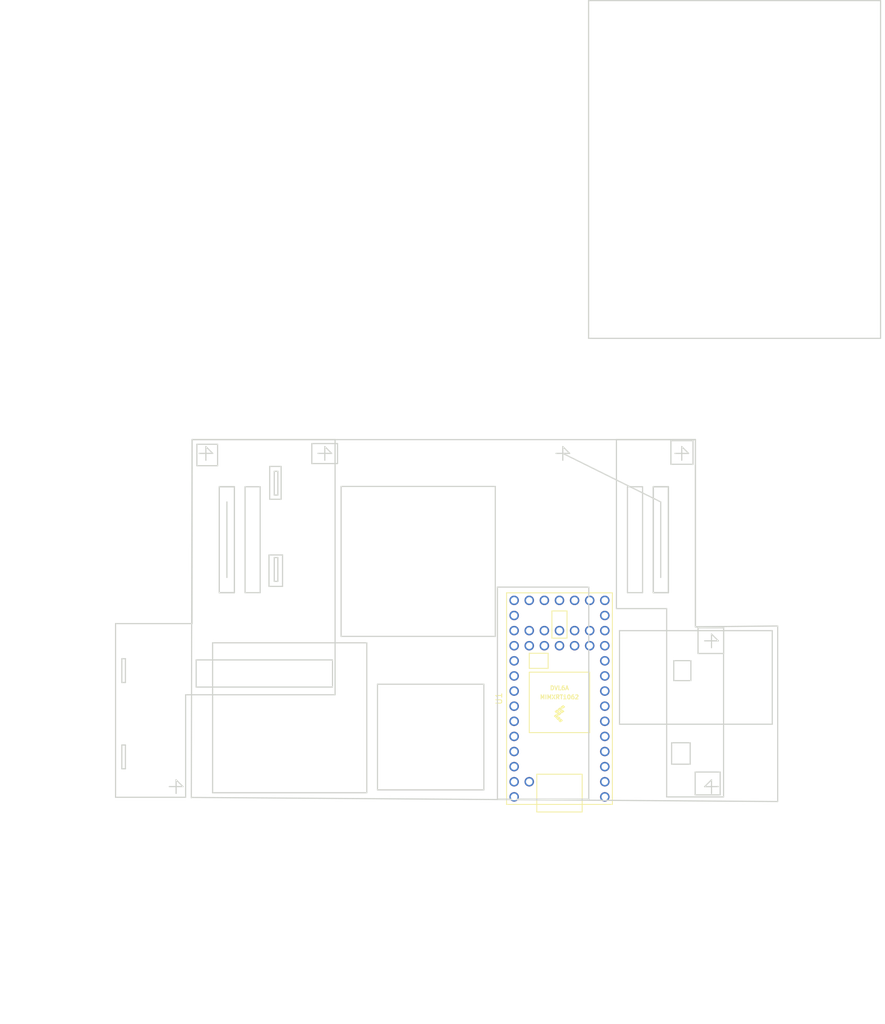
<source format=kicad_pcb>
(kicad_pcb (version 20171130) (host pcbnew "(5.1.2-1)-1")
  (layers (0 F.Cu signal) (31 B.Cu signal) (34 B.Paste user) (35 F.Paste user) (36 B.SilkS user) (37 F.SilkS user) (38 B.Mask user) (39 F.Mask user) (44 Edge.Cuts user))
  (net 0 "")
  (module teensy:Teensy40 (layer F.Cu) (at 120.777 134.366 90)
    (fp_text reference U1 (at 0 -10.16 90) (layer F.SilkS))
    (fp_text value Teensy4.0)
    (fp_text user DVL6A (at 1.778 0) (layer F.SilkS) (effects (font (size 0.7 0.7))))
    (fp_poly (pts (xy -3.937 0.127) (xy -3.683 -0.127) (xy -3.429 0.254) (xy -3.683 0.508)) (layer F.SilkS) (width 0.1))
    (fp_poly (pts (xy -3.556 -0.254) (xy -3.302 -0.508) (xy -3.048 -0.127) (xy -3.302 0.127)) (layer F.SilkS) (width 0.1))
    (fp_poly (pts (xy -1.651 0.508) (xy -1.397 0.254) (xy -1.143 0.635) (xy -1.397 0.889)) (layer F.SilkS) (width 0.1))
    (fp_poly (pts (xy -2.032 0) (xy -1.778 -0.254) (xy -1.524 0.127) (xy -1.778 0.381)) (layer F.SilkS) (width 0.1))
    (fp_poly (pts (xy -2.413 -0.508) (xy -2.159 -0.762) (xy -1.905 -0.381) (xy -2.159 -0.127)) (layer F.SilkS) (width 0.1))
    (fp_poly (pts (xy -2.413 0.381) (xy -2.159 0.127) (xy -1.905 0.508) (xy -2.159 0.762)) (layer F.SilkS) (width 0.1))
    (fp_poly (pts (xy -2.794 -0.127) (xy -2.54 -0.381) (xy -2.286 0) (xy -2.54 0.254)) (layer F.SilkS) (width 0.1))
    (fp_poly (pts (xy -3.175 -0.635) (xy -2.921 -0.889) (xy -2.667 -0.508) (xy -2.921 -0.254)) (layer F.SilkS) (width 0.1))
    (fp_text user MIMXRT1062 (at 0.254 0) (layer F.SilkS) (effects (font (size 0.7 0.7))))
    (fp_line (start 5.08 -1.905) (end 5.08 -5.08) (layer F.SilkS) (width 0.15))
    (fp_line (start 7.62 -1.905) (end 5.08 -1.905) (layer F.SilkS) (width 0.15))
    (fp_line (start 7.62 -5.08) (end 7.62 -1.905) (layer F.SilkS) (width 0.15))
    (fp_line (start 5.08 -5.08) (end 7.62 -5.08) (layer F.SilkS) (width 0.15))
    (fp_line (start -17.78 8.89) (end -17.78 -8.89) (layer F.SilkS) (width 0.15))
    (fp_line (start 17.78 8.89) (end -17.78 8.89) (layer F.SilkS) (width 0.15))
    (fp_line (start 17.78 -8.89) (end 17.78 8.89) (layer F.SilkS) (width 0.15))
    (fp_line (start -17.78 -8.89) (end 17.78 -8.89) (layer F.SilkS) (width 0.15))
    (fp_line (start 4.445 5.08) (end -5.715 5.08) (layer F.SilkS) (width 0.15))
    (fp_line (start 4.445 -5.08) (end -5.715 -5.08) (layer F.SilkS) (width 0.15))
    (fp_line (start -5.715 -5.08) (end -5.715 5.08) (layer F.SilkS) (width 0.15))
    (fp_line (start 4.445 5.08) (end 4.445 -5.08) (layer F.SilkS) (width 0.15))
    (fp_line (start 10.16 -1.27) (end 14.732 -1.27) (layer F.SilkS) (width 0.15))
    (fp_line (start 10.16 1.27) (end 10.16 -1.27) (layer F.SilkS) (width 0.15))
    (fp_line (start 14.732 1.27) (end 10.16 1.27) (layer F.SilkS) (width 0.15))
    (fp_line (start 14.732 -1.27) (end 14.732 1.27) (layer F.SilkS) (width 0.15))
    (fp_line (start -12.7 3.81) (end -17.78 3.81) (layer F.SilkS) (width 0.15))
    (fp_line (start -12.7 -3.81) (end -17.78 -3.81) (layer F.SilkS) (width 0.15))
    (fp_line (start -12.7 3.81) (end -12.7 -3.81) (layer F.SilkS) (width 0.15))
    (fp_line (start -19.05 -3.81) (end -17.78 -3.81) (layer F.SilkS) (width 0.15))
    (fp_line (start -19.05 3.81) (end -19.05 -3.81) (layer F.SilkS) (width 0.15))
    (fp_line (start -17.78 3.81) (end -19.05 3.81) (layer F.SilkS) (width 0.15))
    (pad 44 thru_hole circle (at 8.89 5.08 90) (size 1.6 1.6) (drill 1.1) (layers *.Cu *.Mask))
    (pad 43 thru_hole circle (at 11.43 5.08 90) (size 1.6 1.6) (drill 1.1) (layers *.Cu *.Mask))
    (pad 42 thru_hole circle (at 8.89 2.54 90) (size 1.6 1.6) (drill 1.1) (layers *.Cu *.Mask))
    (pad 41 thru_hole circle (at 11.43 2.54 90) (size 1.6 1.6) (drill 1.1) (layers *.Cu *.Mask))
    (pad 40 thru_hole circle (at 8.89 0 90) (size 1.6 1.6) (drill 1.1) (layers *.Cu *.Mask))
    (pad 39 thru_hole circle (at 11.43 0 90) (size 1.6 1.6) (drill 1.1) (layers *.Cu *.Mask))
    (pad 38 thru_hole circle (at 8.89 -2.54 90) (size 1.6 1.6) (drill 1.1) (layers *.Cu *.Mask))
    (pad 37 thru_hole circle (at 11.43 -2.54 90) (size 1.6 1.6) (drill 1.1) (layers *.Cu *.Mask))
    (pad 36 thru_hole circle (at 8.89 -5.08 90) (size 1.6 1.6) (drill 1.1) (layers *.Cu *.Mask))
    (pad 35 thru_hole circle (at 11.43 -5.08 90) (size 1.6 1.6) (drill 1.1) (layers *.Cu *.Mask))
    (pad 1 thru_hole circle (at -16.51 7.62 90) (size 1.6 1.6) (drill 1.1) (layers *.Cu *.Mask))
    (pad 2 thru_hole circle (at -13.97 7.62 90) (size 1.6 1.6) (drill 1.1) (layers *.Cu *.Mask))
    (pad 3 thru_hole circle (at -11.43 7.62 90) (size 1.6 1.6) (drill 1.1) (layers *.Cu *.Mask))
    (pad 4 thru_hole circle (at -8.89 7.62 90) (size 1.6 1.6) (drill 1.1) (layers *.Cu *.Mask))
    (pad 5 thru_hole circle (at -6.35 7.62 90) (size 1.6 1.6) (drill 1.1) (layers *.Cu *.Mask))
    (pad 6 thru_hole circle (at -3.81 7.62 90) (size 1.6 1.6) (drill 1.1) (layers *.Cu *.Mask))
    (pad 7 thru_hole circle (at -1.27 7.62 90) (size 1.6 1.6) (drill 1.1) (layers *.Cu *.Mask))
    (pad 8 thru_hole circle (at 1.27 7.62 90) (size 1.6 1.6) (drill 1.1) (layers *.Cu *.Mask))
    (pad 9 thru_hole circle (at 3.81 7.62 90) (size 1.6 1.6) (drill 1.1) (layers *.Cu *.Mask))
    (pad 10 thru_hole circle (at 6.35 7.62 90) (size 1.6 1.6) (drill 1.1) (layers *.Cu *.Mask))
    (pad 11 thru_hole circle (at 8.89 7.62 90) (size 1.6 1.6) (drill 1.1) (layers *.Cu *.Mask))
    (pad 12 thru_hole circle (at 11.43 7.62 90) (size 1.6 1.6) (drill 1.1) (layers *.Cu *.Mask))
    (pad 13 thru_hole circle (at 13.97 7.62 90) (size 1.6 1.6) (drill 1.1) (layers *.Cu *.Mask))
    (pad 34 thru_hole circle (at -13.97 -5.08 90) (size 1.6 1.6) (drill 1.1) (layers *.Cu *.Mask))
    (pad 33 thru_hole circle (at -16.51 -7.62 90) (size 1.6 1.6) (drill 1.1) (layers *.Cu *.Mask))
    (pad 32 thru_hole circle (at -13.97 -7.62 90) (size 1.6 1.6) (drill 1.1) (layers *.Cu *.Mask))
    (pad 31 thru_hole circle (at -11.43 -7.62 90) (size 1.6 1.6) (drill 1.1) (layers *.Cu *.Mask))
    (pad 30 thru_hole circle (at -8.89 -7.62 90) (size 1.6 1.6) (drill 1.1) (layers *.Cu *.Mask))
    (pad 29 thru_hole circle (at -6.35 -7.62 90) (size 1.6 1.6) (drill 1.1) (layers *.Cu *.Mask))
    (pad 28 thru_hole circle (at -3.81 -7.62 90) (size 1.6 1.6) (drill 1.1) (layers *.Cu *.Mask))
    (pad 27 thru_hole circle (at -1.27 -7.62 90) (size 1.6 1.6) (drill 1.1) (layers *.Cu *.Mask))
    (pad 26 thru_hole circle (at 1.27 -7.62 90) (size 1.6 1.6) (drill 1.1) (layers *.Cu *.Mask))
    (pad 25 thru_hole circle (at 3.81 -7.62 90) (size 1.6 1.6) (drill 1.1) (layers *.Cu *.Mask))
    (pad 24 thru_hole circle (at 6.35 -7.62 90) (size 1.6 1.6) (drill 1.1) (layers *.Cu *.Mask))
    (pad 23 thru_hole circle (at 8.89 -7.62 90) (size 1.6 1.6) (drill 1.1) (layers *.Cu *.Mask))
    (pad 22 thru_hole circle (at 11.43 -7.62 90) (size 1.6 1.6) (drill 1.1) (layers *.Cu *.Mask))
    (pad 21 thru_hole circle (at 13.97 -7.62 90) (size 1.6 1.6) (drill 1.1) (layers *.Cu *.Mask))
    (pad 14 thru_hole circle (at 16.51 7.62 90) (size 1.6 1.6) (drill 1.1) (layers *.Cu *.Mask))
    (pad 15 thru_hole circle (at 16.51 5.08 90) (size 1.6 1.6) (drill 1.1) (layers *.Cu *.Mask))
    (pad 16 thru_hole circle (at 16.51 2.54 90) (size 1.6 1.6) (drill 1.1) (layers *.Cu *.Mask))
    (pad 20 thru_hole circle (at 16.51 -7.62 90) (size 1.6 1.6) (drill 1.1) (layers *.Cu *.Mask))
    (pad 19 thru_hole circle (at 16.51 -5.08 90) (size 1.6 1.6) (drill 1.1) (layers *.Cu *.Mask))
    (pad 18 thru_hole circle (at 16.51 -2.54 90) (size 1.6 1.6) (drill 1.1) (layers *.Cu *.Mask))
    (pad 17 thru_hole circle (at 16.51 0 90) (size 1.6 1.6) (drill 1.1) (layers *.Cu *.Mask))
  )
  (gr_line (start 82.48162 93.157398) (end 81.33393 92.009709) (layer Edge.Cuts) (width 0.2))
  (gr_line (start 60.185723 93.157398) (end 62.484 93.1545) (layer Edge.Cuts) (width 0.2))
  (gr_line (start 80.177546 93.1545) (end 82.48162 93.157398) (layer Edge.Cuts) (width 0.2))
  (gr_line (start 81.33393 92.009709) (end 81.331032 94.305088) (layer Edge.Cuts) (width 0.2))
  (gr_line (start 58.893104 151.026846) (end 59.010455 90.840207) (layer Edge.Cuts) (width 0.2))
  (gr_line (start 157.460498 151.659709) (end 58.914045 150.972071) (layer Edge.Cuts) (width 0.2))
  (gr_line (start 125.672866 73.822038) (end 125.672866 17.06185) (layer Edge.Cuts) (width 0.2))
  (gr_line (start 174.753027 73.822038) (end 125.672866 73.822038) (layer Edge.Cuts) (width 0.2))
  (gr_line (start 174.753027 17.06185) (end 174.753027 73.822038) (layer Edge.Cuts) (width 0.2))
  (gr_line (start 125.672866 17.06185) (end 174.753027 17.06185) (layer Edge.Cuts) (width 0.2))
  (gr_line (start 130.867686 138.664874) (end 130.867686 122.944822) (layer Edge.Cuts) (width 0.2))
  (gr_line (start 156.547771 138.664874) (end 130.867686 138.664874) (layer Edge.Cuts) (width 0.2))
  (gr_line (start 156.547771 122.944822) (end 156.547771 138.664874) (layer Edge.Cuts) (width 0.2))
  (gr_line (start 130.867686 122.944822) (end 156.547771 122.944822) (layer Edge.Cuts) (width 0.2))
  (gr_line (start 84.067532 98.704742) (end 84.067532 123.904825) (layer Edge.Cuts) (width 0.2))
  (gr_line (start 109.987617 98.704742) (end 84.067532 98.704742) (layer Edge.Cuts) (width 0.2))
  (gr_line (start 109.987617 123.904825) (end 109.987617 98.704742) (layer Edge.Cuts) (width 0.2))
  (gr_line (start 84.067532 123.904825) (end 109.987617 123.904825) (layer Edge.Cuts) (width 0.2))
  (gr_line (start 62.467461 124.984829) (end 62.467461 150.184912) (layer Edge.Cuts) (width 0.2))
  (gr_line (start 88.387546 124.984829) (end 62.467461 124.984829) (layer Edge.Cuts) (width 0.2))
  (gr_line (start 88.387546 150.184912) (end 88.387546 124.984829) (layer Edge.Cuts) (width 0.2))
  (gr_line (start 62.467461 150.184912) (end 88.387546 150.184912) (layer Edge.Cuts) (width 0.2))
  (gr_line (start 90.187552 149.70491) (end 90.187552 131.944852) (layer Edge.Cuts) (width 0.2))
  (gr_line (start 108.067611 149.70491) (end 90.187552 149.70491) (layer Edge.Cuts) (width 0.2))
  (gr_line (start 108.067611 131.944852) (end 108.067611 149.70491) (layer Edge.Cuts) (width 0.2))
  (gr_line (start 90.187552 131.944852) (end 108.067611 131.944852) (layer Edge.Cuts) (width 0.2))
  (gr_line (start 110.347618 151.264915) (end 110.347618 115.624798) (layer Edge.Cuts) (width 0.2))
  (gr_line (start 125.707669 151.264915) (end 110.347618 151.264915) (layer Edge.Cuts) (width 0.2))
  (gr_line (start 125.707669 115.624798) (end 125.707669 151.264915) (layer Edge.Cuts) (width 0.2))
  (gr_line (start 110.347618 115.624798) (end 125.707669 115.624798) (layer Edge.Cuts) (width 0.2))
  (gr_line (start 59.707451 132.424853) (end 59.707451 127.864838) (layer Edge.Cuts) (width 0.2))
  (gr_line (start 82.627527 132.424853) (end 59.707451 132.424853) (layer Edge.Cuts) (width 0.2))
  (gr_line (start 82.627527 127.864838) (end 82.627527 132.424853) (layer Edge.Cuts) (width 0.2))
  (gr_line (start 59.707451 127.864838) (end 82.627527 127.864838) (layer Edge.Cuts) (width 0.2))
  (gr_line (start 142.867726 127.984839) (end 142.867726 131.34485) (layer Edge.Cuts) (width 0.2))
  (gr_line (start 139.987716 127.984839) (end 142.867726 127.984839) (layer Edge.Cuts) (width 0.2))
  (gr_line (start 139.987716 131.34485) (end 139.987716 127.984839) (layer Edge.Cuts) (width 0.2))
  (gr_line (start 142.867726 131.34485) (end 139.987716 131.34485) (layer Edge.Cuts) (width 0.2))
  (gr_line (start 142.747725 141.784884) (end 142.747725 145.384896) (layer Edge.Cuts) (width 0.2))
  (gr_line (start 139.627715 141.784884) (end 142.747725 141.784884) (layer Edge.Cuts) (width 0.2))
  (gr_line (start 139.627715 145.384896) (end 139.627715 141.784884) (layer Edge.Cuts) (width 0.2))
  (gr_line (start 142.747725 145.384896) (end 139.627715 145.384896) (layer Edge.Cuts) (width 0.2))
  (gr_line (start 144.06773 122.464821) (end 144.06773 126.784835) (layer Edge.Cuts) (width 0.2))
  (gr_line (start 148.387744 122.464821) (end 144.06773 122.464821) (layer Edge.Cuts) (width 0.2))
  (gr_line (start 148.387744 126.784835) (end 148.387744 122.464821) (layer Edge.Cuts) (width 0.2))
  (gr_line (start 144.06773 126.784835) (end 148.387744 126.784835) (layer Edge.Cuts) (width 0.2))
  (gr_line (start 143.587728 150.544913) (end 143.587728 146.7049) (layer Edge.Cuts) (width 0.2))
  (gr_line (start 147.787742 150.544913) (end 143.587728 150.544913) (layer Edge.Cuts) (width 0.2))
  (gr_line (start 147.787742 146.7049) (end 147.787742 150.544913) (layer Edge.Cuts) (width 0.2))
  (gr_line (start 143.587728 146.7049) (end 147.787742 146.7049) (layer Edge.Cuts) (width 0.2))
  (gr_line (start 139.507715 91.024717) (end 139.507715 94.98473) (layer Edge.Cuts) (width 0.2))
  (gr_line (start 143.227727 91.024717) (end 139.507715 91.024717) (layer Edge.Cuts) (width 0.2))
  (gr_line (start 143.227727 94.98473) (end 143.227727 91.024717) (layer Edge.Cuts) (width 0.2))
  (gr_line (start 139.507715 94.98473) (end 143.227727 94.98473) (layer Edge.Cuts) (width 0.2))
  (gr_line (start 79.147516 91.504718) (end 79.147516 94.864729) (layer Edge.Cuts) (width 0.2))
  (gr_line (start 83.46753 91.504718) (end 79.147516 91.504718) (layer Edge.Cuts) (width 0.2))
  (gr_line (start 83.46753 94.864729) (end 83.46753 91.504718) (layer Edge.Cuts) (width 0.2))
  (gr_line (start 79.147516 94.864729) (end 83.46753 94.864729) (layer Edge.Cuts) (width 0.2))
  (gr_line (start 63.307463 91.624719) (end 63.307463 95.224731) (layer Edge.Cuts) (width 0.2))
  (gr_line (start 59.827452 91.624719) (end 63.307463 91.624719) (layer Edge.Cuts) (width 0.2))
  (gr_line (start 59.827452 95.224731) (end 59.827452 91.624719) (layer Edge.Cuts) (width 0.2))
  (gr_line (start 63.307463 95.224731) (end 59.827452 95.224731) (layer Edge.Cuts) (width 0.2))
  (gr_line (start 71.947492 115.504798) (end 71.947492 110.22478) (layer Edge.Cuts) (width 0.2))
  (gr_line (start 74.227499 115.504798) (end 71.947492 115.504798) (layer Edge.Cuts) (width 0.2))
  (gr_line (start 74.227499 110.22478) (end 74.227499 115.504798) (layer Edge.Cuts) (width 0.2))
  (gr_line (start 71.947492 110.22478) (end 74.227499 110.22478) (layer Edge.Cuts) (width 0.2))
  (gr_line (start 72.067492 100.864749) (end 72.067492 95.344731) (layer Edge.Cuts) (width 0.2))
  (gr_line (start 73.987499 100.864749) (end 72.067492 100.864749) (layer Edge.Cuts) (width 0.2))
  (gr_line (start 73.987499 95.344731) (end 73.987499 100.864749) (layer Edge.Cuts) (width 0.2))
  (gr_line (start 72.067492 95.344731) (end 73.987499 95.344731) (layer Edge.Cuts) (width 0.2))
  (gr_line (start 136.549387 116.559709) (end 136.549387 98.759609) (layer Edge.Cuts) (width 0.2))
  (gr_line (start 139.089387 116.559709) (end 136.549387 116.559709) (layer Edge.Cuts) (width 0.2))
  (gr_line (start 139.089387 98.759609) (end 139.089387 116.559709) (layer Edge.Cuts) (width 0.2))
  (gr_line (start 136.549387 98.759609) (end 139.089387 98.759609) (layer Edge.Cuts) (width 0.2))
  (gr_line (start 66.122893 98.759609) (end 66.122893 116.559709) (layer Edge.Cuts) (width 0.2))
  (gr_line (start 63.582893 98.759609) (end 66.122893 98.759609) (layer Edge.Cuts) (width 0.2))
  (gr_line (start 63.582893 116.559709) (end 63.582893 98.759609) (layer Edge.Cuts) (width 0.2))
  (gr_line (start 66.122893 116.559709) (end 63.582893 116.559709) (layer Edge.Cuts) (width 0.2))
  (gr_line (start 157.460498 122.159709) (end 157.460498 151.659709) (layer Edge.Cuts) (width 0.2))
  (gr_line (start 143.625048 122.299966) (end 157.460498 122.159709) (layer Edge.Cuts) (width 0.2))
  (gr_line (start 143.625048 90.840207) (end 143.625048 122.299966) (layer Edge.Cuts) (width 0.2))
  (gr_line (start 59.010455 90.840207) (end 143.625048 90.840207) (layer Edge.Cuts) (width 0.2))
  (gr_line (start 64.872122 114.010976) (end 64.872122 101.311657) (layer Edge.Cuts) (width 0.2))
  (gr_line (start 137.796694 101.3104) (end 137.796694 114.010976) (layer Edge.Cuts) (width 0.2))
  (gr_line (start 121.337214 93.155946) (end 137.796694 101.3104) (layer Edge.Cuts) (width 0.2))
  (gr_line (start 121.339756 92.010089) (end 121.334655 94.309657) (layer Edge.Cuts) (width 0.2))
  (gr_line (start 122.479756 93.1545) (end 121.339756 92.010089) (layer Edge.Cuts) (width 0.2))
  (gr_line (start 120.190174 93.157398) (end 122.479756 93.1545) (layer Edge.Cuts) (width 0.2))
  (gr_line (start 143.625048 122.299966) (end 143.625048 90.840207) (layer Edge.Cuts) (width 0.2))
  (gr_line (start 148.359088 122.299966) (end 143.625048 122.299966) (layer Edge.Cuts) (width 0.2))
  (gr_line (start 148.359088 150.889854) (end 148.359088 122.299966) (layer Edge.Cuts) (width 0.2))
  (gr_line (start 138.798184 150.889854) (end 148.359088 150.889854) (layer Edge.Cuts) (width 0.2))
  (gr_line (start 138.798184 119.236763) (end 138.798184 150.889854) (layer Edge.Cuts) (width 0.2))
  (gr_line (start 130.351171 119.236763) (end 138.798184 119.236763) (layer Edge.Cuts) (width 0.2))
  (gr_line (start 130.351171 90.840207) (end 130.351171 119.236763) (layer Edge.Cuts) (width 0.2))
  (gr_line (start 143.625048 90.840207) (end 130.351171 90.840207) (layer Edge.Cuts) (width 0.2))
  (gr_line (start 83.053168 133.717356) (end 83.053168 90.840207) (layer Edge.Cuts) (width 0.2))
  (gr_line (start 57.937729 133.717356) (end 83.053168 133.717356) (layer Edge.Cuts) (width 0.2))
  (gr_line (start 57.937729 150.947635) (end 57.937729 133.717356) (layer Edge.Cuts) (width 0.2))
  (gr_line (start 46.154292 150.947635) (end 57.937729 150.947635) (layer Edge.Cuts) (width 0.2))
  (gr_line (start 46.154292 121.761203) (end 46.154292 150.947635) (layer Edge.Cuts) (width 0.2))
  (gr_line (start 59.010455 121.761203) (end 46.154292 121.761203) (layer Edge.Cuts) (width 0.2))
  (gr_line (start 59.010455 90.840207) (end 59.010455 121.761203) (layer Edge.Cuts) (width 0.2))
  (gr_line (start 83.069976 90.840207) (end 59.010455 90.840207) (layer Edge.Cuts) (width 0.2))
  (gr_line (start 145.17832 149.161513) (end 147.481707 149.151627) (layer Edge.Cuts) (width 0.2))
  (gr_line (start 146.338252 148.008172) (end 145.17832 149.161513) (layer Edge.Cuts) (width 0.2))
  (gr_line (start 146.334956 150.311559) (end 146.338252 148.008172) (layer Edge.Cuts) (width 0.2))
  (gr_line (start 146.331989 123.510306) (end 146.334764 125.807814) (layer Edge.Cuts) (width 0.2))
  (gr_line (start 147.485475 124.660894) (end 146.331989 123.510306) (layer Edge.Cuts) (width 0.2))
  (gr_line (start 145.181401 124.655098) (end 147.485475 124.660894) (layer Edge.Cuts) (width 0.2))
  (gr_line (start 141.33331 92.010801) (end 141.336208 94.311977) (layer Edge.Cuts) (width 0.2))
  (gr_line (start 142.484641 93.163897) (end 141.33331 92.010801) (layer Edge.Cuts) (width 0.2))
  (gr_line (start 140.184097 93.158531) (end 142.484641 93.163897) (layer Edge.Cuts) (width 0.2))
  (gr_line (start 136.549387 116.559709) (end 136.549387 98.759609) (layer Edge.Cuts) (width 0.2))
  (gr_line (start 139.089387 116.559709) (end 136.549387 116.559709) (layer Edge.Cuts) (width 0.2))
  (gr_line (start 139.089387 98.759609) (end 139.089387 116.559709) (layer Edge.Cuts) (width 0.2))
  (gr_line (start 136.549387 98.759609) (end 139.089387 98.759609) (layer Edge.Cuts) (width 0.2))
  (gr_line (start 132.205498 116.559709) (end 132.205498 98.759609) (layer Edge.Cuts) (width 0.2))
  (gr_line (start 134.745498 116.559709) (end 132.205498 116.559709) (layer Edge.Cuts) (width 0.2))
  (gr_line (start 134.745498 98.759609) (end 134.745498 116.559709) (layer Edge.Cuts) (width 0.2))
  (gr_line (start 132.205498 98.759609) (end 134.745498 98.759609) (layer Edge.Cuts) (width 0.2))
  (gr_line (start 63.582893 116.559709) (end 63.582893 98.759609) (layer Edge.Cuts) (width 0.2))
  (gr_line (start 66.122893 116.559709) (end 63.582893 116.559709) (layer Edge.Cuts) (width 0.2))
  (gr_line (start 66.122893 98.759609) (end 66.122893 116.559709) (layer Edge.Cuts) (width 0.2))
  (gr_line (start 63.582893 98.759609) (end 66.122893 98.759609) (layer Edge.Cuts) (width 0.2))
  (gr_line (start 67.925498 116.559709) (end 67.925498 98.759609) (layer Edge.Cuts) (width 0.2))
  (gr_line (start 70.465498 116.559709) (end 67.925498 116.559709) (layer Edge.Cuts) (width 0.2))
  (gr_line (start 70.465498 98.759609) (end 70.465498 116.559709) (layer Edge.Cuts) (width 0.2))
  (gr_line (start 67.925498 98.759609) (end 70.465498 98.759609) (layer Edge.Cuts) (width 0.2))
  (gr_line (start 72.835398 114.659709) (end 72.835398 110.659909) (layer Edge.Cuts) (width 0.2))
  (gr_line (start 73.435498 114.659709) (end 72.835398 114.659709) (layer Edge.Cuts) (width 0.2))
  (gr_line (start 73.435498 110.659909) (end 73.435498 114.659709) (layer Edge.Cuts) (width 0.2))
  (gr_line (start 72.835398 110.659909) (end 73.435498 110.659909) (layer Edge.Cuts) (width 0.2))
  (gr_line (start 72.835398 100.159809) (end 72.835398 96.159709) (layer Edge.Cuts) (width 0.2))
  (gr_line (start 73.435498 100.159809) (end 72.835398 100.159809) (layer Edge.Cuts) (width 0.2))
  (gr_line (start 73.435498 96.159709) (end 73.435498 100.159809) (layer Edge.Cuts) (width 0.2))
  (gr_line (start 72.835398 96.159709) (end 73.435498 96.159709) (layer Edge.Cuts) (width 0.2))
  (gr_line (start 47.210698 146.159609) (end 47.210698 142.159809) (layer Edge.Cuts) (width 0.2))
  (gr_line (start 47.810398 146.159609) (end 47.210698 146.159609) (layer Edge.Cuts) (width 0.2))
  (gr_line (start 47.810398 142.159809) (end 47.810398 146.159609) (layer Edge.Cuts) (width 0.2))
  (gr_line (start 47.210698 142.159809) (end 47.810398 142.159809) (layer Edge.Cuts) (width 0.2))
  (gr_line (start 47.210698 131.659709) (end 47.210698 127.659909) (layer Edge.Cuts) (width 0.2))
  (gr_line (start 47.810398 131.659709) (end 47.210698 131.659709) (layer Edge.Cuts) (width 0.2))
  (gr_line (start 47.810398 127.659909) (end 47.810398 131.659709) (layer Edge.Cuts) (width 0.2))
  (gr_line (start 47.210698 127.659909) (end 47.810398 127.659909) (layer Edge.Cuts) (width 0.2))
  (gr_line (start 56.331524 148.008172) (end 56.331524 150.304968) (layer Edge.Cuts) (width 0.2))
  (gr_line (start 57.48816 149.151627) (end 56.331524 148.008172) (layer Edge.Cuts) (width 0.2))
  (gr_line (start 55.184774 149.151627) (end 57.48816 149.151627) (layer Edge.Cuts) (width 0.2))
  (gr_line (start 61.336311 92.009709) (end 61.339209 94.307986) (layer Edge.Cuts) (width 0.2))
  (gr_line (start 62.484 93.1545) (end 61.336311 92.009709) (layer Edge.Cuts) (width 0.2))
)
</source>
